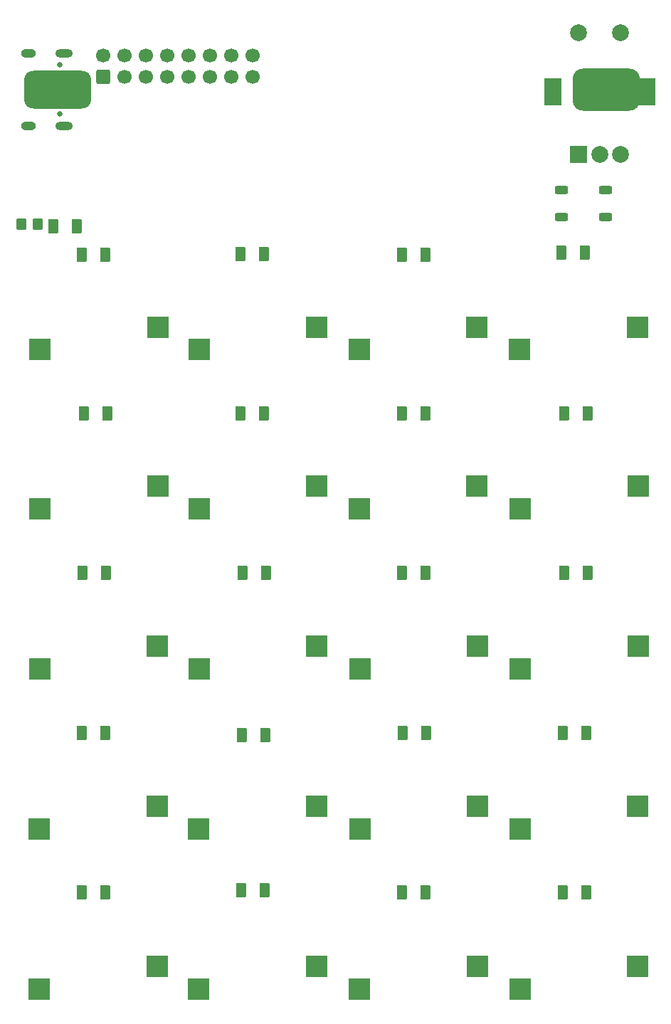
<source format=gbr>
%TF.GenerationSoftware,KiCad,Pcbnew,8.0.7-8.0.7-0~ubuntu22.04.1*%
%TF.CreationDate,2024-12-28T00:36:41+00:00*%
%TF.ProjectId,numcalcium,6e756d63-616c-4636-9975-6d2e6b696361,rev?*%
%TF.SameCoordinates,Original*%
%TF.FileFunction,Soldermask,Bot*%
%TF.FilePolarity,Negative*%
%FSLAX46Y46*%
G04 Gerber Fmt 4.6, Leading zero omitted, Abs format (unit mm)*
G04 Created by KiCad (PCBNEW 8.0.7-8.0.7-0~ubuntu22.04.1) date 2024-12-28 00:36:41*
%MOMM*%
%LPD*%
G01*
G04 APERTURE LIST*
G04 Aperture macros list*
%AMRoundRect*
0 Rectangle with rounded corners*
0 $1 Rounding radius*
0 $2 $3 $4 $5 $6 $7 $8 $9 X,Y pos of 4 corners*
0 Add a 4 corners polygon primitive as box body*
4,1,4,$2,$3,$4,$5,$6,$7,$8,$9,$2,$3,0*
0 Add four circle primitives for the rounded corners*
1,1,$1+$1,$2,$3*
1,1,$1+$1,$4,$5*
1,1,$1+$1,$6,$7*
1,1,$1+$1,$8,$9*
0 Add four rect primitives between the rounded corners*
20,1,$1+$1,$2,$3,$4,$5,0*
20,1,$1+$1,$4,$5,$6,$7,0*
20,1,$1+$1,$6,$7,$8,$9,0*
20,1,$1+$1,$8,$9,$2,$3,0*%
G04 Aperture macros list end*
%ADD10R,2.000000X2.000000*%
%ADD11C,2.000000*%
%ADD12R,2.000000X3.200000*%
%ADD13R,2.550000X2.500000*%
%ADD14C,0.650000*%
%ADD15O,2.100000X1.000000*%
%ADD16O,1.800000X1.000000*%
%ADD17RoundRect,0.250000X0.600000X-0.600000X0.600000X0.600000X-0.600000X0.600000X-0.600000X-0.600000X0*%
%ADD18C,1.700000*%
%ADD19RoundRect,0.250000X0.375000X0.625000X-0.375000X0.625000X-0.375000X-0.625000X0.375000X-0.625000X0*%
%ADD20RoundRect,0.250000X-0.375000X-0.625000X0.375000X-0.625000X0.375000X0.625000X-0.375000X0.625000X0*%
%ADD21RoundRect,1.125000X2.875000X1.125000X-2.875000X1.125000X-2.875000X-1.125000X2.875000X-1.125000X0*%
%ADD22RoundRect,1.250000X2.750000X1.250000X-2.750000X1.250000X-2.750000X-1.250000X2.750000X-1.250000X0*%
%ADD23RoundRect,0.250000X-0.525000X-0.250000X0.525000X-0.250000X0.525000X0.250000X-0.525000X0.250000X0*%
%ADD24RoundRect,0.250000X-0.350000X-0.450000X0.350000X-0.450000X0.350000X0.450000X-0.350000X0.450000X0*%
G04 APERTURE END LIST*
D10*
%TO.C,SW21*%
X67788000Y10932120D03*
D11*
X72788000Y10932120D03*
X70288000Y10932120D03*
D12*
X64688000Y18432120D03*
X75888000Y18432120D03*
D11*
X72788000Y25432120D03*
X67788000Y25432120D03*
%TD*%
D13*
%TO.C,SW1*%
X3621789Y-88363880D03*
X17621789Y-85663880D03*
%TD*%
D14*
%TO.C,J2*%
X6025789Y21574120D03*
X6025789Y15794120D03*
D15*
X6525789Y23004120D03*
D16*
X2345789Y23004120D03*
D15*
X6525789Y14364120D03*
D16*
X2345789Y14364120D03*
%TD*%
D13*
%TO.C,SW4*%
X60825789Y-88363880D03*
X74825789Y-85663880D03*
%TD*%
%TO.C,SW13*%
X3708789Y-31213880D03*
X17708789Y-28513880D03*
%TD*%
%TO.C,SW20*%
X60771789Y-12290880D03*
X74771789Y-9590880D03*
%TD*%
%TO.C,SW3*%
X41721789Y-88363880D03*
X55721789Y-85663880D03*
%TD*%
%TO.C,SW19*%
X41681789Y-12290880D03*
X55681789Y-9590880D03*
%TD*%
%TO.C,SW8*%
X60813789Y-69312880D03*
X74813789Y-66612880D03*
%TD*%
%TO.C,SW15*%
X41681789Y-31213880D03*
X55681789Y-28513880D03*
%TD*%
%TO.C,SW10*%
X22631789Y-50262880D03*
X36631789Y-47562880D03*
%TD*%
%TO.C,SW14*%
X22631789Y-31213880D03*
X36631789Y-28513880D03*
%TD*%
D17*
%TO.C,J1*%
X11199389Y20210120D03*
D18*
X11199389Y22750120D03*
X13739389Y20210120D03*
X13739389Y22750120D03*
X16279389Y20210120D03*
X16279389Y22750120D03*
X18819389Y20210120D03*
X18819389Y22750120D03*
X21359389Y20210120D03*
X21359389Y22750120D03*
X23899389Y20210120D03*
X23899389Y22750120D03*
X26439389Y20210120D03*
X26439389Y22750120D03*
X28979389Y20210120D03*
X28979389Y22750120D03*
%TD*%
D13*
%TO.C,SW11*%
X41763789Y-50262880D03*
X55763789Y-47562880D03*
%TD*%
%TO.C,SW2*%
X22598789Y-88363880D03*
X36598789Y-85663880D03*
%TD*%
%TO.C,SW16*%
X60858789Y-31213880D03*
X74858789Y-28513880D03*
%TD*%
%TO.C,SW17*%
X3708789Y-12290880D03*
X17708789Y-9590880D03*
%TD*%
%TO.C,SW18*%
X22631789Y-12290880D03*
X36631789Y-9590880D03*
%TD*%
%TO.C,SW9*%
X3648789Y-50228880D03*
X17648789Y-47528880D03*
%TD*%
%TO.C,SW12*%
X60858789Y-50263880D03*
X74858789Y-47563880D03*
%TD*%
%TO.C,SW5*%
X3621789Y-69313880D03*
X17621789Y-66613880D03*
%TD*%
%TO.C,SW7*%
X41763789Y-69312880D03*
X55763789Y-66612880D03*
%TD*%
%TO.C,SW6*%
X22586789Y-69312880D03*
X36586789Y-66612880D03*
%TD*%
D19*
%TO.C,D1*%
X11442000Y-76864000D03*
X8642000Y-76864000D03*
%TD*%
D20*
%TO.C,D25*%
X5292000Y2386000D03*
X8092000Y2386000D03*
%TD*%
D19*
%TO.C,D4*%
X68742000Y-76864000D03*
X65942000Y-76864000D03*
%TD*%
%TO.C,D20*%
X68542000Y-714000D03*
X65742000Y-714000D03*
%TD*%
%TO.C,D5*%
X11442000Y-57864000D03*
X8642000Y-57864000D03*
%TD*%
%TO.C,D9*%
X11592000Y-38864000D03*
X8792000Y-38864000D03*
%TD*%
%TO.C,D12*%
X68842000Y-38864000D03*
X66042000Y-38864000D03*
%TD*%
%TO.C,D18*%
X30342000Y-864000D03*
X27542000Y-864000D03*
%TD*%
D21*
%TO.C,BT1*%
X5812000Y18642000D03*
D22*
X71062000Y18642000D03*
%TD*%
D23*
%TO.C,SW22*%
X65717000Y3486000D03*
X70967000Y3486000D03*
X65717000Y6686000D03*
X70967000Y6686000D03*
%TD*%
D19*
%TO.C,D10*%
X30592000Y-38864000D03*
X27792000Y-38864000D03*
%TD*%
%TO.C,D16*%
X68842000Y-19864000D03*
X66042000Y-19864000D03*
%TD*%
%TO.C,D6*%
X30492000Y-58114000D03*
X27692000Y-58114000D03*
%TD*%
%TO.C,D11*%
X49592000Y-38864000D03*
X46792000Y-38864000D03*
%TD*%
%TO.C,D13*%
X11692000Y-19864000D03*
X8892000Y-19864000D03*
%TD*%
%TO.C,D8*%
X68692000Y-57864000D03*
X65892000Y-57864000D03*
%TD*%
%TO.C,D2*%
X30442000Y-76614000D03*
X27642000Y-76614000D03*
%TD*%
%TO.C,D19*%
X49592000Y-998880D03*
X46792000Y-998880D03*
%TD*%
D24*
%TO.C,R1*%
X1442000Y2636000D03*
X3442000Y2636000D03*
%TD*%
D19*
%TO.C,D14*%
X30342000Y-19864000D03*
X27542000Y-19864000D03*
%TD*%
%TO.C,D17*%
X11442000Y-998880D03*
X8642000Y-998880D03*
%TD*%
%TO.C,D15*%
X49592000Y-19864000D03*
X46792000Y-19864000D03*
%TD*%
%TO.C,D7*%
X49692000Y-57864000D03*
X46892000Y-57864000D03*
%TD*%
%TO.C,D3*%
X49592000Y-76864000D03*
X46792000Y-76864000D03*
%TD*%
M02*

</source>
